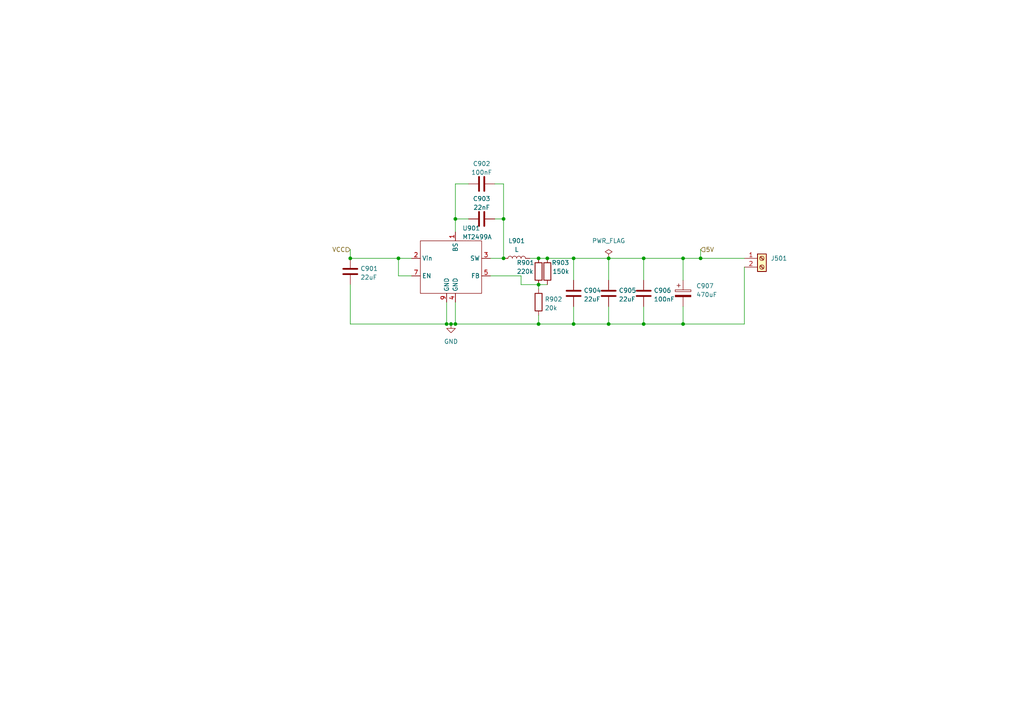
<source format=kicad_sch>
(kicad_sch (version 20231120) (generator "eeschema") (generator_version "8.0")
  (paper "A4")
  (lib_symbols
    (symbol "Connector:Screw_Terminal_01x02" (pin_names (offset 1.016) hide)
      (property "Reference" "J" (at 0 2.54 0))
      (property "Value" "Screw_Terminal_01x02" (at 0 -5.08 0))
      (symbol "Screw_Terminal_01x02_1_1"
        (rectangle (start -1.27 1.27) (end 1.27 -3.81) (stroke (width 0.254)) (fill (type background)))
        (circle (center 0 -2.54) (radius 0.635) (stroke (width 0.1524)))
        (polyline (pts (xy -0.5334 -2.2098) (xy 0.3302 -3.048)) (stroke (width 0.1524)))
        (polyline (pts (xy -0.5334 0.3302) (xy 0.3302 -0.508)) (stroke (width 0.1524)))
        (polyline (pts (xy -0.3556 -2.032) (xy 0.508 -2.8702)) (stroke (width 0.1524)))
        (polyline (pts (xy -0.3556 0.508) (xy 0.508 -0.3302)) (stroke (width 0.1524)))
        (circle (center 0 0) (radius 0.635) (stroke (width 0.1524)))
        (pin passive line (at -5.08 0 0) (length 3.81) (name "Pin_1") (number "1"))
        (pin passive line (at -5.08 -2.54 0) (length 3.81) (name "Pin_2") (number "2"))
      )
    )
    (symbol "Device:C" (pin_numbers hide) (pin_names (offset 0.254))
      (property "Reference" "C" (at 0.635 2.54 0))
      (property "Value" "C" (at 0.635 -2.54 0))
      (symbol "C_0_1"
        (polyline (pts (xy -2.032 -0.762) (xy 2.032 -0.762)) (stroke (width 0.508)))
        (polyline (pts (xy -2.032 0.762) (xy 2.032 0.762)) (stroke (width 0.508)))
      )
      (symbol "C_1_1"
        (pin passive line (at 0 3.81 270) (length 2.794) (name "~") (number "1"))
        (pin passive line (at 0 -3.81 90) (length 2.794) (name "~") (number "2"))
      )
    )
    (symbol "Device:C_Polarized" (pin_numbers hide) (pin_names (offset 0.254))
      (property "Reference" "C" (at 0.635 2.54 0))
      (property "Value" "C_Polarized" (at 0.635 -2.54 0))
      (symbol "C_Polarized_0_1"
        (rectangle (start -2.286 0.508) (end 2.286 1.016))
        (polyline (pts (xy -1.778 2.286) (xy -0.762 2.286)))
        (polyline (pts (xy -1.27 2.794) (xy -1.27 1.778)))
        (rectangle (start 2.286 -0.508) (end -2.286 -1.016) (fill (type outline)))
      )
      (symbol "C_Polarized_1_1"
        (pin passive line (at 0 3.81 270) (length 2.794) (name "~") (number "1"))
        (pin passive line (at 0 -3.81 90) (length 2.794) (name "~") (number "2"))
      )
    )
    (symbol "Device:L" (pin_numbers hide) (pin_names (offset 1.016) hide)
      (property "Reference" "L" (at -1.27 0 90))
      (property "Value" "L" (at 1.905 0 90))
      (symbol "L_0_1"
        (arc (start 0 -2.54) (mid 0.6323 -1.905) (end 0 -1.27))
        (arc (start 0 -1.27) (mid 0.6323 -0.635) (end 0 0))
        (arc (start 0 0) (mid 0.6323 0.635) (end 0 1.27))
        (arc (start 0 1.27) (mid 0.6323 1.905) (end 0 2.54))
      )
      (symbol "L_1_1"
        (pin passive line (at 0 3.81 270) (length 1.27) (name "1") (number "1"))
        (pin passive line (at 0 -3.81 90) (length 1.27) (name "2") (number "2"))
      )
    )
    (symbol "Device:R" (pin_numbers hide) (pin_names (offset 0))
      (property "Reference" "R" (at 2.032 0 90))
      (property "Value" "R" (at 0 0 90))
      (symbol "R_0_1"
        (rectangle (start -1.016 -2.54) (end 1.016 2.54) (stroke (width 0.254)))
      )
      (symbol "R_1_1"
        (pin passive line (at 0 3.81 270) (length 1.27) (name "~") (number "1"))
        (pin passive line (at 0 -3.81 90) (length 1.27) (name "~") (number "2"))
      )
    )
    (symbol "custom_kicad_lib_sk:MT499A"
      (property "Reference" "U1" (at 2.0194 9.999 0))
      (property "Value" "MT499A" (at 2.0194 7.4621 0))
      (symbol "MT499A_0_1"
        (rectangle (start -10.16 6.35) (end 7.62 -8.89) (stroke (width 0.1524)))
      )
      (symbol "MT499A_1_1"
        (pin input line (at 0 8.89 270) (length 2.54) (name "BS") (number "1"))
        (pin power_in line (at -12.7 1.27 0) (length 2.54) (name "Vin") (number "2"))
        (pin input line (at 10.16 1.27 180) (length 2.54) (name "SW") (number "3"))
        (pin power_in line (at 0 -11.43 90) (length 2.54) (name "GND") (number "4"))
        (pin input line (at 10.16 -3.81 180) (length 2.54) (name "FB") (number "5"))
        (pin no_connect line (at 8.89 -11.43 180) (length 2.54) hide (name "NC") (number "6"))
        (pin input line (at -12.7 -3.81 0) (length 2.54) (name "EN") (number "7"))
        (pin no_connect line (at 8.89 -13.97 180) (length 2.54) hide (name "NC") (number "8"))
        (pin input line (at -2.54 -11.43 90) (length 2.54) (name "GND") (number "9"))
      )
    )
    (symbol "power:GND" (power) (pin_names (offset 0))
      (property "Value" "GND" (at 0 -3.81 0))
      (symbol "GND_0_1"
        (polyline (pts (xy 0 0) (xy 0 -1.27) (xy 1.27 -1.27) (xy 0 -2.54) (xy -1.27 -1.27) (xy 0 -1.27)))
      )
      (symbol "GND_1_1"
        (pin power_in line (at 0 0 270) (length 0) hide (name "GND") (number "1"))
      )
    )
    (symbol "power:PWR_FLAG" (power) (pin_numbers hide) (pin_names (offset 0) hide)
      (property "Value" "PWR_FLAG" (at 0 3.81 0))
      (symbol "PWR_FLAG_0_0"
        (pin power_out line (at 0 0 90) (length 0) (name "pwr") (number "1"))
      )
      (symbol "PWR_FLAG_0_1"
        (polyline (pts (xy 0 0) (xy 0 1.27) (xy -1.016 1.905) (xy 0 2.54) (xy 1.016 1.905) (xy 0 1.27)))
      )
    )
  )
  (junction (at 101.6 74.93))
  (junction (at 146.05 74.93))
  (junction (at 176.53 93.98))
  (junction (at 176.53 74.93))
  (junction (at 166.37 74.93))
  (junction (at 186.69 93.98))
  (junction (at 203.2 74.93))
  (junction (at 198.12 74.93))
  (junction (at 115.57 74.93))
  (junction (at 158.75 74.93))
  (junction (at 186.69 74.93))
  (junction (at 130.81 93.98))
  (junction (at 156.21 82.55))
  (junction (at 156.21 74.93))
  (junction (at 198.12 93.98))
  (junction (at 129.54 93.98))
  (junction (at 156.21 93.98))
  (junction (at 146.05 63.5))
  (junction (at 166.37 93.98))
  (junction (at 132.08 63.5))
  (junction (at 132.08 93.98))
  (wire (pts (xy 115.57 74.93) (xy 119.38 74.93)))
  (wire (pts (xy 156.21 93.98) (xy 156.21 91.44)))
  (wire (pts (xy 166.37 93.98) (xy 156.21 93.98)))
  (wire (pts (xy 158.75 74.93) (xy 166.37 74.93)))
  (wire (pts (xy 129.54 87.63) (xy 129.54 93.98)))
  (wire (pts (xy 129.54 93.98) (xy 101.6 93.98)))
  (wire (pts (xy 198.12 74.93) (xy 198.12 81.28)))
  (wire (pts (xy 156.21 82.55) (xy 156.21 83.82)))
  (wire (pts (xy 130.81 93.98) (xy 129.54 93.98)))
  (wire (pts (xy 156.21 74.93) (xy 158.75 74.93)))
  (wire (pts (xy 101.6 74.93) (xy 115.57 74.93)))
  (wire (pts (xy 176.53 88.9) (xy 176.53 93.98)))
  (wire (pts (xy 166.37 74.93) (xy 176.53 74.93)))
  (wire (pts (xy 176.53 93.98) (xy 166.37 93.98)))
  (wire (pts (xy 198.12 93.98) (xy 198.12 88.9)))
  (wire (pts (xy 132.08 93.98) (xy 130.81 93.98)))
  (wire (pts (xy 176.53 74.93) (xy 186.69 74.93)))
  (wire (pts (xy 156.21 93.98) (xy 132.08 93.98)))
  (wire (pts (xy 151.13 80.01) (xy 151.13 82.55)))
  (wire (pts (xy 135.89 53.34) (xy 132.08 53.34)))
  (wire (pts (xy 142.24 74.93) (xy 146.05 74.93)))
  (wire (pts (xy 186.69 74.93) (xy 198.12 74.93)))
  (wire (pts (xy 153.67 74.93) (xy 156.21 74.93)))
  (wire (pts (xy 146.05 63.5) (xy 146.05 53.34)))
  (wire (pts (xy 176.53 74.93) (xy 176.53 81.28)))
  (wire (pts (xy 203.2 74.93) (xy 215.9 74.93)))
  (wire (pts (xy 215.9 93.98) (xy 215.9 77.47)))
  (wire (pts (xy 186.69 93.98) (xy 198.12 93.98)))
  (wire (pts (xy 132.08 53.34) (xy 132.08 63.5)))
  (wire (pts (xy 115.57 74.93) (xy 115.57 80.01)))
  (wire (pts (xy 146.05 53.34) (xy 143.51 53.34)))
  (wire (pts (xy 198.12 74.93) (xy 203.2 74.93)))
  (wire (pts (xy 203.2 72.39) (xy 203.2 74.93)))
  (wire (pts (xy 186.69 88.9) (xy 186.69 93.98)))
  (wire (pts (xy 146.05 74.93) (xy 146.05 63.5)))
  (wire (pts (xy 166.37 88.9) (xy 166.37 93.98)))
  (wire (pts (xy 101.6 93.98) (xy 101.6 82.55)))
  (wire (pts (xy 166.37 81.28) (xy 166.37 74.93)))
  (wire (pts (xy 132.08 93.98) (xy 132.08 87.63)))
  (wire (pts (xy 186.69 81.28) (xy 186.69 74.93)))
  (wire (pts (xy 132.08 63.5) (xy 135.89 63.5)))
  (wire (pts (xy 119.38 80.01) (xy 115.57 80.01)))
  (wire (pts (xy 156.21 82.55) (xy 158.75 82.55)))
  (wire (pts (xy 101.6 72.39) (xy 101.6 74.93)))
  (wire (pts (xy 176.53 93.98) (xy 186.69 93.98)))
  (wire (pts (xy 198.12 93.98) (xy 215.9 93.98)))
  (wire (pts (xy 151.13 82.55) (xy 156.21 82.55)))
  (wire (pts (xy 132.08 63.5) (xy 132.08 67.31)))
  (wire (pts (xy 146.05 63.5) (xy 143.51 63.5)))
  (wire (pts (xy 142.24 80.01) (xy 151.13 80.01)))
  (hierarchical_label "5V" (shape input) (at 203.2 72.39 0))
  (hierarchical_label "VCC" (shape input) (at 101.6 72.39 180))
  (symbol (lib_id "power:GND") (at 130.81 93.98 0) (unit 1)
    (property "Reference" "#PWR0502" (effects (hide yes)))
    (property "Value" "GND" (at 130.81 99.06 0))
  )
  (symbol (lib_id "Device:R") (at 158.75 78.74 180) (unit 1)
    (property "Reference" "R903" (at 165.1 76.2 0) (effects (justify left)))
    (property "Value" "150k" (at 165.1 78.74 0) (effects (justify left)))
    (property "Footprint" "Resistor_SMD:R_0603_1608Metric" (effects (hide yes)))
    (property "JLCPCB Part#" "C22807" (effects (hide yes)))
    (instances (project "servoDecoderInCabinet" (path "" (reference "R903") (unit 1))) (project "buck_5V" (path "" (reference "R903") (unit 1))) (project "general_schematics" (path "" (reference "R1503") (unit 1))))
  )
  (symbol (lib_id "Device:C") (at 139.7 53.34 90) (unit 1)
    (property "Reference" "C902" (at 139.7 47.4812 90))
    (property "Value" "100nF" (at 139.7 50.0181 90))
    (property "Footprint" "Capacitor_SMD:C_0402_1005Metric" (effects (hide yes)))
    (property "JLCPCB Part#" "C307331" (effects (hide yes)))
    (instances (project "servoDecoderInCabinet" (path "" (reference "C902") (unit 1))) (project "buck_5V" (path "" (reference "C902") (unit 1))) (project "general_schematics" (path "" (reference "C1502") (unit 1))))
  )
  (symbol (lib_id "Device:C") (at 139.7 63.5 90) (unit 1)
    (property "Reference" "C903" (at 139.7 57.6412 90))
    (property "Value" "22nF" (at 139.7 60.1781 90))
    (property "Footprint" "Capacitor_SMD:C_0402_1005Metric" (effects (hide yes)))
    (property "JLCPCB Part#" "C1532" (effects (hide yes)))
    (instances (project "servoDecoderInCabinet" (path "" (reference "C903") (unit 1))) (project "buck_5V" (path "" (reference "C903") (unit 1))) (project "general_schematics" (path "" (reference "C1503") (unit 1))))
  )
  (symbol (lib_id "Device:C_Polarized") (at 198.12 85.09 0) (unit 1)
    (property "Reference" "C907" (at 201.93 82.9309 0) (effects (justify left)))
    (property "Value" "470uF" (at 201.93 85.4709 0) (effects (justify left)))
    (property "Footprint" "Capacitor_SMD:CP_Elec_6.3x7.7" (effects (hide yes)))
    (property "Description" "Polarized capacitor" (effects (hide yes)))
    (property "JLCPCB Part#" "C114446" (effects (hide yes)))
  )
  (symbol (lib_id "Device:C") (at 176.53 85.09 0) (unit 1)
    (property "Reference" "C905" (at 179.451 84.2553 0) (effects (justify left)))
    (property "Value" "22uF" (at 179.451 86.7922 0) (effects (justify left)))
    (property "Footprint" "Capacitor_SMD:C_0603_1608Metric" (effects (hide yes)))
    (property "JLCPCB Part#" "C45783" (effects (hide yes)))
    (instances (project "servoDecoderInCabinet" (path "" (reference "C905") (unit 1))) (project "buck_5V" (path "" (reference "C905") (unit 1))) (project "general_schematics" (path "" (reference "C1505") (unit 1))))
  )
  (symbol (lib_id "Connector:Screw_Terminal_01x02") (at 220.98 74.93 0) (unit 1)
    (property "Reference" "J501" (at 223.52 74.9299 0) (effects (justify left)))
    (property "Value" "Screw_Terminal_01x02" (effects (hide yes)))
    (property "Footprint" "Connector_Phoenix_MC:PhoenixContact_MC_1,5_2-G-3.5_1x02_P3.50mm_Horizontal" (effects (hide yes)))
    (property "Description" "Generic screw terminal, single row, 01x02, script generated (kicad-library-utils/schlib/autogen/connector/)" (effects (hide yes)))
    (property "JLCPCB Part#" "C880572" (effects (hide yes)))
  )
  (symbol (lib_id "Device:C") (at 101.6 78.74 0) (unit 1)
    (property "Reference" "C901" (at 104.521 77.9053 0) (effects (justify left)))
    (property "Value" "22uF" (at 104.521 80.4422 0) (effects (justify left)))
    (property "Footprint" "Capacitor_SMD:C_0603_1608Metric" (effects (hide yes)))
    (property "JLCPCB Part#" "C45783" (effects (hide yes)))
    (instances (project "servoDecoderInCabinet" (path "" (reference "C901") (unit 1))) (project "buck_5V" (path "" (reference "C901") (unit 1))) (project "general_schematics" (path "" (reference "C1501") (unit 1))))
  )
  (symbol (lib_id "Device:R") (at 156.21 87.63 0) (unit 1)
    (property "Reference" "R902" (at 157.988 86.7953 0) (effects (justify left)))
    (property "Value" "20k" (at 157.988 89.3322 0) (effects (justify left)))
    (property "Footprint" "Resistor_SMD:R_0603_1608Metric" (effects (hide yes)))
    (property "JLCPCB Part#" "C4328" (effects (hide yes)))
    (instances (project "servoDecoderInCabinet" (path "" (reference "R902") (unit 1))) (project "buck_5V" (path "" (reference "R902") (unit 1))) (project "general_schematics" (path "" (reference "R1502") (unit 1))))
  )
  (symbol (lib_id "custom_kicad_lib_sk:MT499A") (at 132.08 76.2 0) (unit 1)
    (property "Reference" "U901" (at 134.0994 66.201 0) (effects (justify left)))
    (property "Value" "MT2499A" (at 134.0994 68.7379 0) (effects (justify left)))
    (property "Footprint" "Package_SO:TI_SO-PowerPAD-8" (effects (hide yes)))
    (property "Datasheet" "https://datasheet.lcsc.com/lcsc/2205121200_XI-AN-Aerosemi-Tech-MT2499A_C3007555.pdf" (effects (hide yes)))
    (property "JLCPCB Part#" "C3007555" (effects (hide yes)))
    (instances (project "servoDecoderInCabinet" (path "" (reference "U901") (unit 1))) (project "buck_5V" (path "" (reference "U901") (unit 1))) (project "general_schematics" (path "" (reference "U1501") (unit 1))))
  )
  (symbol (lib_id "Device:C") (at 166.37 85.09 0) (unit 1)
    (property "Reference" "C904" (at 169.291 84.2553 0) (effects (justify left)))
    (property "Value" "22uF" (at 169.291 86.7922 0) (effects (justify left)))
    (property "Footprint" "Capacitor_SMD:C_0603_1608Metric" (effects (hide yes)))
    (property "JLCPCB Part#" "C45783" (effects (hide yes)))
    (instances (project "servoDecoderInCabinet" (path "" (reference "C904") (unit 1))) (project "buck_5V" (path "" (reference "C904") (unit 1))) (project "general_schematics" (path "" (reference "C1504") (unit 1))))
  )
  (symbol (lib_id "Device:R") (at 156.21 78.74 0) (unit 1)
    (property "Reference" "R901" (at 149.86 76.2 0) (effects (justify left)))
    (property "Value" "220k" (at 149.86 78.74 0) (effects (justify left)))
    (property "Footprint" "Resistor_SMD:R_0603_1608Metric" (effects (hide yes)))
    (property "JLCPCB Part#" "C22961" (effects (hide yes)))
    (instances (project "servoDecoderInCabinet" (path "" (reference "R901") (unit 1))) (project "buck_5V" (path "" (reference "R901") (unit 1))) (project "general_schematics" (path "" (reference "R1501") (unit 1))))
  )
  (symbol (lib_id "power:PWR_FLAG") (at 176.53 74.93 0) (unit 1)
    (property "Reference" "#FLG0501" (effects (hide yes)))
    (property "Value" "PWR_FLAG" (at 176.53 69.85 0))
  )
  (symbol (lib_id "Device:C") (at 186.69 85.09 0) (unit 1)
    (property "Reference" "C906" (at 189.611 84.2553 0) (effects (justify left)))
    (property "Value" "100nF" (at 189.611 86.7922 0) (effects (justify left)))
    (property "Footprint" "Capacitor_SMD:C_0402_1005Metric" (effects (hide yes)))
    (property "JLCPCB Part#" "C307331" (effects (hide yes)))
    (instances (project "servoDecoderInCabinet" (path "" (reference "C906") (unit 1))) (project "buck_5V" (path "" (reference "C906") (unit 1))) (project "general_schematics" (path "" (reference "C1506") (unit 1))))
  )
  (symbol (lib_id "Device:L") (at 149.86 74.93 90) (unit 1)
    (property "Reference" "L901" (at 149.86 69.85 90))
    (property "Value" "L" (at 149.86 72.39 90))
    (property "Footprint" "Inductor_SMD:L_Bourns-SRN8040_8x8.15mm" (effects (hide yes)))
    (property "JLCPCB Part#" "C2929438" (effects (hide yes)))
    (instances (project "servoDecoderInCabinet" (path "" (reference "L901") (unit 1))) (project "buck_5V" (path "" (reference "L901") (unit 1))) (project "general_schematics" (path "" (reference "L1501") (unit 1))))
  )
)
</source>
